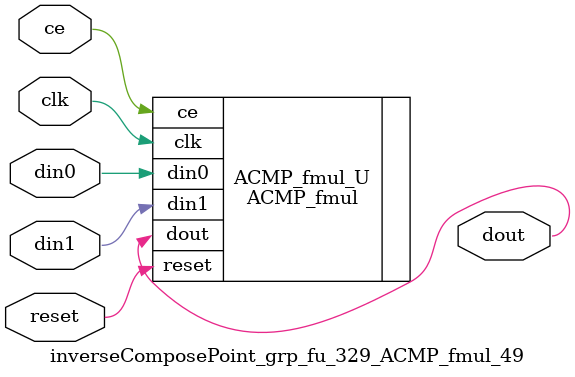
<source format=v>

`timescale 1 ns / 1 ps
module inverseComposePoint_grp_fu_329_ACMP_fmul_49(
    clk,
    reset,
    ce,
    din0,
    din1,
    dout);

parameter ID = 32'd1;
parameter NUM_STAGE = 32'd1;
parameter din0_WIDTH = 32'd1;
parameter din1_WIDTH = 32'd1;
parameter dout_WIDTH = 32'd1;
input clk;
input reset;
input ce;
input[din0_WIDTH - 1:0] din0;
input[din1_WIDTH - 1:0] din1;
output[dout_WIDTH - 1:0] dout;



ACMP_fmul #(
.ID( ID ),
.NUM_STAGE( 4 ),
.din0_WIDTH( din0_WIDTH ),
.din1_WIDTH( din1_WIDTH ),
.dout_WIDTH( dout_WIDTH ))
ACMP_fmul_U(
    .clk( clk ),
    .reset( reset ),
    .ce( ce ),
    .din0( din0 ),
    .din1( din1 ),
    .dout( dout ));

endmodule

</source>
